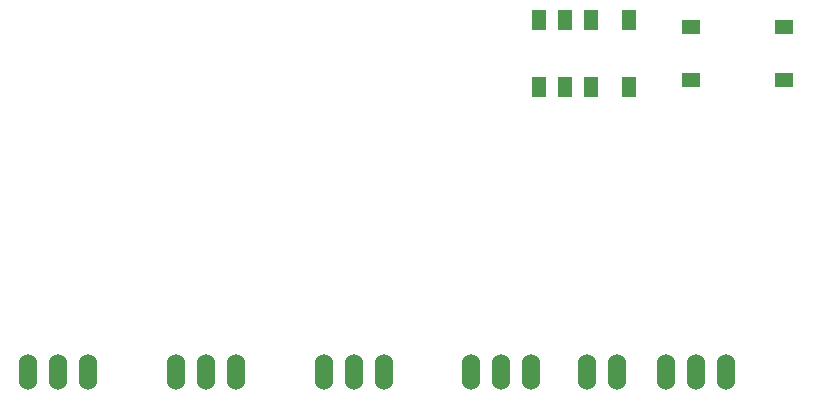
<source format=gbr>
G04 #@! TF.FileFunction,Paste,Top*
%FSLAX46Y46*%
G04 Gerber Fmt 4.6, Leading zero omitted, Abs format (unit mm)*
G04 Created by KiCad (PCBNEW 4.0.6) date 06/08/17 14:50:25*
%MOMM*%
%LPD*%
G01*
G04 APERTURE LIST*
%ADD10C,0.100000*%
%ADD11O,1.524000X3.048000*%
%ADD12R,1.198880X1.798320*%
%ADD13R,1.550000X1.300000*%
G04 APERTURE END LIST*
D10*
D11*
X173270000Y-119500000D03*
X170730000Y-119500000D03*
D12*
X174299840Y-89650120D03*
X171099440Y-89650120D03*
X168902340Y-89650120D03*
X166700160Y-89650120D03*
X166700160Y-95349880D03*
X168902340Y-95349880D03*
X171099440Y-95349880D03*
X174299840Y-95349880D03*
D11*
X128540000Y-119500000D03*
X126000000Y-119500000D03*
X123460000Y-119500000D03*
X182540000Y-119500000D03*
X180000000Y-119500000D03*
X177460000Y-119500000D03*
X153540000Y-119500000D03*
X151000000Y-119500000D03*
X148460000Y-119500000D03*
X141040000Y-119500000D03*
X138500000Y-119500000D03*
X135960000Y-119500000D03*
X166040000Y-119500000D03*
X163500000Y-119500000D03*
X160960000Y-119500000D03*
D13*
X179525000Y-90250000D03*
X187475000Y-90250000D03*
X179525000Y-94750000D03*
X187475000Y-94750000D03*
M02*

</source>
